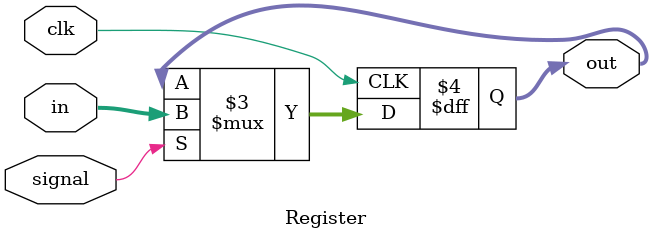
<source format=v>
module Register (
    input clk,
    input signal,
    input [31:0] in,
    output reg [31:0] out
);

always @(negedge clk) begin
    out <= (signal == 1) ? in : out;
end
    
endmodule
</source>
